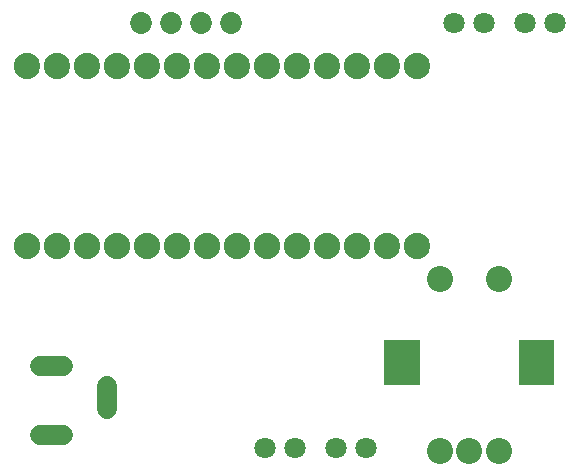
<source format=gbs>
G04 Layer: BottomSolderMaskLayer*
G04 EasyEDA v6.4.25, 2021-11-25T17:10:39+00:00*
G04 af4d78e2c0a6465aa0e43a92e4f8f8c3,fa2b77c0ec1047208735ea1b46d97466,10*
G04 Gerber Generator version 0.2*
G04 Scale: 100 percent, Rotated: No, Reflected: No *
G04 Dimensions in millimeters *
G04 leading zeros omitted , absolute positions ,4 integer and 5 decimal *
%FSLAX45Y45*%
%MOMM*%

%ADD38C,2.2032*%
%ADD41C,1.7032*%
%ADD42C,1.8032*%
%ADD44C,2.2352*%
%ADD45C,2.2332*%
%ADD56C,1.8532*%

%LPD*%
D41*
X365023Y405003D02*
G01*
X565022Y405003D01*
X935024Y624992D02*
G01*
X935024Y824992D01*
X365023Y994994D02*
G01*
X565022Y994994D01*
D42*
G01*
X2872993Y299973D03*
G01*
X3126993Y299973D03*
G01*
X2273045Y299973D03*
G01*
X2527045Y299973D03*
G01*
X4472940Y3899915D03*
G01*
X4726940Y3899915D03*
G01*
X3872991Y3899915D03*
G01*
X4126991Y3899915D03*
D44*
G01*
X257047Y2010918D03*
G01*
X511047Y2010918D03*
G01*
X765047Y2010918D03*
G01*
X1019047Y2010918D03*
G01*
X1273047Y2010918D03*
G01*
X1527047Y2010918D03*
G01*
X1781047Y2010918D03*
G01*
X2035047Y2010918D03*
G01*
X2289047Y2010918D03*
G01*
X2543047Y2010918D03*
G01*
X2797047Y2010918D03*
G01*
X3051047Y2010918D03*
D45*
G01*
X3305047Y2010918D03*
G01*
X3559047Y2010918D03*
G01*
X3559047Y3534918D03*
G01*
X3305047Y3534918D03*
G01*
X3051047Y3534918D03*
G01*
X2797047Y3534918D03*
G01*
X2543047Y3534918D03*
G01*
X2289047Y3534918D03*
G01*
X2035047Y3534918D03*
G01*
X1781047Y3534918D03*
G01*
X1527047Y3534918D03*
G01*
X1273047Y3534918D03*
G01*
X1019047Y3534918D03*
G01*
X765047Y3534918D03*
G01*
X511047Y3534918D03*
G01*
X257047Y3534918D03*
G36*
X3279902Y834897D02*
G01*
X3279902Y1215389D01*
X3580129Y1215389D01*
X3580129Y834897D01*
G37*
G36*
X4419854Y834897D02*
G01*
X4419854Y1215389D01*
X4720081Y1215389D01*
X4720081Y834897D01*
G37*
D38*
G01*
X3750056Y1725040D03*
G01*
X4249927Y1725040D03*
G01*
X3750056Y274954D03*
G01*
X3999991Y274954D03*
G01*
X4249927Y274954D03*
D56*
G01*
X1980996Y3900119D03*
G01*
X1726996Y3900119D03*
G01*
X1472996Y3900119D03*
G01*
X1218996Y3899865D03*
M02*

</source>
